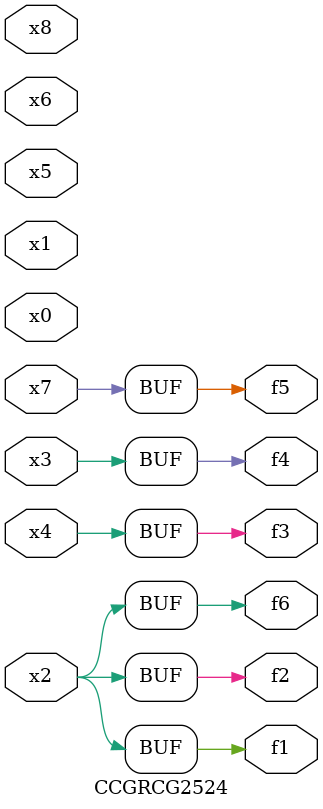
<source format=v>
module CCGRCG2524(
	input x0, x1, x2, x3, x4, x5, x6, x7, x8,
	output f1, f2, f3, f4, f5, f6
);
	assign f1 = x2;
	assign f2 = x2;
	assign f3 = x4;
	assign f4 = x3;
	assign f5 = x7;
	assign f6 = x2;
endmodule

</source>
